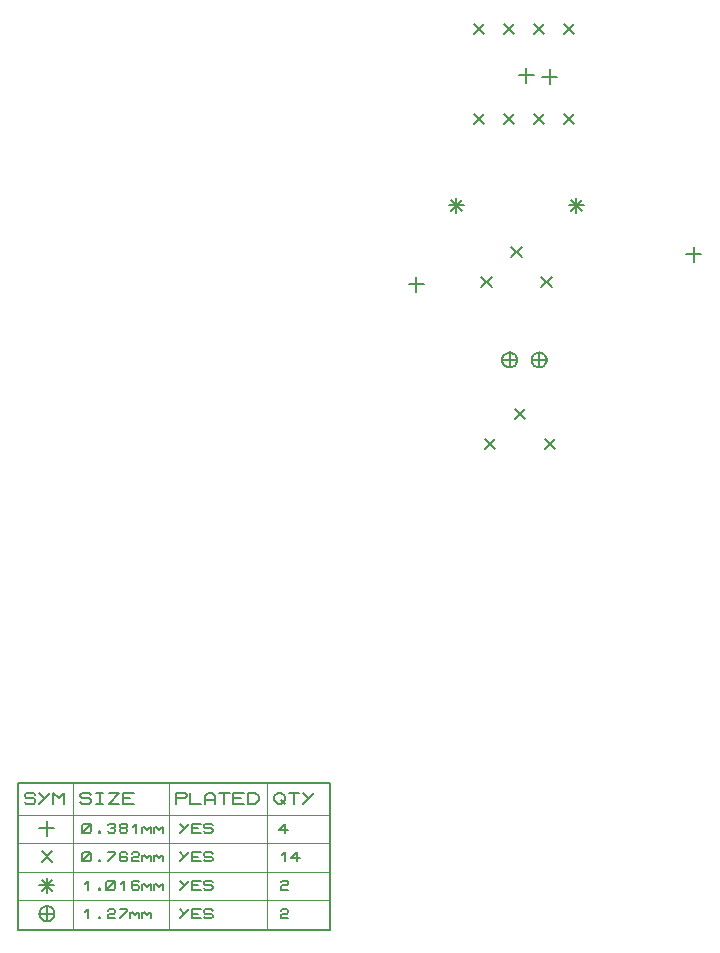
<source format=gbr>
G04 PROTEUS RS274X GERBER FILE*
%FSLAX45Y45*%
%MOMM*%
G01*
%ADD20C,0.203200*%
%ADD31C,0.127000*%
%ADD30C,0.063500*%
%TD.AperFunction*%
D20*
X-889000Y-3937000D02*
X-889000Y-4064000D01*
X-952500Y-4000500D02*
X-825500Y-4000500D01*
X+1460500Y-3683000D02*
X+1460500Y-3810000D01*
X+1397000Y-3746500D02*
X+1524000Y-3746500D01*
X+40000Y-2166500D02*
X+40000Y-2293500D01*
X-23500Y-2230000D02*
X+103500Y-2230000D01*
X+240000Y-2176500D02*
X+240000Y-2303500D01*
X+176500Y-2240000D02*
X+303500Y-2240000D01*
X+169099Y-3935099D02*
X+258901Y-4024901D01*
X+169099Y-4024901D02*
X+258901Y-3935099D01*
X-84901Y-3681099D02*
X+4901Y-3770901D01*
X-84901Y-3770901D02*
X+4901Y-3681099D01*
X-338901Y-3935099D02*
X-249099Y-4024901D01*
X-338901Y-4024901D02*
X-249099Y-3935099D01*
X+199099Y-5305099D02*
X+288901Y-5394901D01*
X+199099Y-5394901D02*
X+288901Y-5305099D01*
X-54901Y-5051099D02*
X+34901Y-5140901D01*
X-54901Y-5140901D02*
X+34901Y-5051099D01*
X-308901Y-5305099D02*
X-219099Y-5394901D01*
X-308901Y-5394901D02*
X-219099Y-5305099D01*
X-404901Y-2555099D02*
X-315099Y-2644901D01*
X-404901Y-2644901D02*
X-315099Y-2555099D01*
X-150901Y-2555099D02*
X-61099Y-2644901D01*
X-150901Y-2644901D02*
X-61099Y-2555099D01*
X+103099Y-2555099D02*
X+192901Y-2644901D01*
X+103099Y-2644901D02*
X+192901Y-2555099D01*
X+357099Y-2555099D02*
X+446901Y-2644901D01*
X+357099Y-2644901D02*
X+446901Y-2555099D01*
X+357099Y-1793099D02*
X+446901Y-1882901D01*
X+357099Y-1882901D02*
X+446901Y-1793099D01*
X+103099Y-1793099D02*
X+192901Y-1882901D01*
X+103099Y-1882901D02*
X+192901Y-1793099D01*
X-150901Y-1793099D02*
X-61099Y-1882901D01*
X-150901Y-1882901D02*
X-61099Y-1793099D01*
X-404901Y-1793099D02*
X-315099Y-1882901D01*
X-404901Y-1882901D02*
X-315099Y-1793099D01*
X-36500Y-4640000D02*
X-36717Y-4634753D01*
X-38482Y-4624258D01*
X-42174Y-4613763D01*
X-48202Y-4603268D01*
X-57424Y-4592888D01*
X-67919Y-4585200D01*
X-78414Y-4580282D01*
X-88909Y-4577476D01*
X-99404Y-4576503D01*
X-100000Y-4576500D01*
X-163500Y-4640000D02*
X-163283Y-4634753D01*
X-161518Y-4624258D01*
X-157826Y-4613763D01*
X-151798Y-4603268D01*
X-142576Y-4592888D01*
X-132081Y-4585200D01*
X-121586Y-4580282D01*
X-111091Y-4577476D01*
X-100596Y-4576503D01*
X-100000Y-4576500D01*
X-163500Y-4640000D02*
X-163283Y-4645247D01*
X-161518Y-4655742D01*
X-157826Y-4666237D01*
X-151798Y-4676732D01*
X-142576Y-4687112D01*
X-132081Y-4694800D01*
X-121586Y-4699718D01*
X-111091Y-4702524D01*
X-100596Y-4703497D01*
X-100000Y-4703500D01*
X-36500Y-4640000D02*
X-36717Y-4645247D01*
X-38482Y-4655742D01*
X-42174Y-4666237D01*
X-48202Y-4676732D01*
X-57424Y-4687112D01*
X-67919Y-4694800D01*
X-78414Y-4699718D01*
X-88909Y-4702524D01*
X-99404Y-4703497D01*
X-100000Y-4703500D01*
X-100000Y-4576500D02*
X-100000Y-4703500D01*
X-163500Y-4640000D02*
X-36500Y-4640000D01*
X+213500Y-4640000D02*
X+213283Y-4634753D01*
X+211518Y-4624258D01*
X+207826Y-4613763D01*
X+201798Y-4603268D01*
X+192576Y-4592888D01*
X+182081Y-4585200D01*
X+171586Y-4580282D01*
X+161091Y-4577476D01*
X+150596Y-4576503D01*
X+150000Y-4576500D01*
X+86500Y-4640000D02*
X+86717Y-4634753D01*
X+88482Y-4624258D01*
X+92174Y-4613763D01*
X+98202Y-4603268D01*
X+107424Y-4592888D01*
X+117919Y-4585200D01*
X+128414Y-4580282D01*
X+138909Y-4577476D01*
X+149404Y-4576503D01*
X+150000Y-4576500D01*
X+86500Y-4640000D02*
X+86717Y-4645247D01*
X+88482Y-4655742D01*
X+92174Y-4666237D01*
X+98202Y-4676732D01*
X+107424Y-4687112D01*
X+117919Y-4694800D01*
X+128414Y-4699718D01*
X+138909Y-4702524D01*
X+149404Y-4703497D01*
X+150000Y-4703500D01*
X+213500Y-4640000D02*
X+213283Y-4645247D01*
X+211518Y-4655742D01*
X+207826Y-4666237D01*
X+201798Y-4676732D01*
X+192576Y-4687112D01*
X+182081Y-4694800D01*
X+171586Y-4699718D01*
X+161091Y-4702524D01*
X+150596Y-4703497D01*
X+150000Y-4703500D01*
X+150000Y-4576500D02*
X+150000Y-4703500D01*
X+86500Y-4640000D02*
X+213500Y-4640000D01*
X+466000Y-3266500D02*
X+466000Y-3393500D01*
X+402500Y-3330000D02*
X+529500Y-3330000D01*
X+421099Y-3285099D02*
X+510901Y-3374901D01*
X+421099Y-3374901D02*
X+510901Y-3285099D01*
X-550000Y-3266500D02*
X-550000Y-3393500D01*
X-613500Y-3330000D02*
X-486500Y-3330000D01*
X-594901Y-3285099D02*
X-505099Y-3374901D01*
X-594901Y-3374901D02*
X-505099Y-3285099D01*
D31*
X-4262700Y-9462313D02*
X-1618560Y-9462313D01*
X-1618560Y-8217713D01*
X-4262700Y-8217713D01*
X-4262700Y-9462313D01*
D30*
X-3795338Y-8217713D02*
X-3795338Y-9462313D01*
X-2982538Y-8217713D02*
X-2982538Y-9462313D01*
X-2149418Y-8217713D02*
X-2149418Y-9462313D01*
X-4262700Y-8490763D02*
X-1618560Y-8490763D01*
X-4262700Y-8732063D02*
X-1618560Y-8732063D01*
X-4262700Y-8973363D02*
X-1618560Y-8973363D01*
X-4262700Y-9214663D02*
X-1618560Y-9214663D01*
D31*
X-4205550Y-8381543D02*
X-4190310Y-8396783D01*
X-4129350Y-8396783D01*
X-4114110Y-8381543D01*
X-4114110Y-8366303D01*
X-4129350Y-8351063D01*
X-4190310Y-8351063D01*
X-4205550Y-8335823D01*
X-4205550Y-8320583D01*
X-4190310Y-8305343D01*
X-4129350Y-8305343D01*
X-4114110Y-8320583D01*
X-3992190Y-8305343D02*
X-4083630Y-8396783D01*
X-4083630Y-8305343D02*
X-4037910Y-8351063D01*
X-3961710Y-8396783D02*
X-3961710Y-8305343D01*
X-3915990Y-8351063D01*
X-3870270Y-8305343D01*
X-3870270Y-8396783D01*
X-3738190Y-8381543D02*
X-3722950Y-8396783D01*
X-3661990Y-8396783D01*
X-3646750Y-8381543D01*
X-3646750Y-8366303D01*
X-3661990Y-8351063D01*
X-3722950Y-8351063D01*
X-3738190Y-8335823D01*
X-3738190Y-8320583D01*
X-3722950Y-8305343D01*
X-3661990Y-8305343D01*
X-3646750Y-8320583D01*
X-3601030Y-8305343D02*
X-3540070Y-8305343D01*
X-3570550Y-8305343D02*
X-3570550Y-8396783D01*
X-3601030Y-8396783D02*
X-3540070Y-8396783D01*
X-3494350Y-8305343D02*
X-3402910Y-8305343D01*
X-3494350Y-8396783D01*
X-3402910Y-8396783D01*
X-3280990Y-8396783D02*
X-3372430Y-8396783D01*
X-3372430Y-8305343D01*
X-3280990Y-8305343D01*
X-3372430Y-8351063D02*
X-3311470Y-8351063D01*
X-2925390Y-8396783D02*
X-2925390Y-8305343D01*
X-2849190Y-8305343D01*
X-2833950Y-8320583D01*
X-2833950Y-8335823D01*
X-2849190Y-8351063D01*
X-2925390Y-8351063D01*
X-2803470Y-8305343D02*
X-2803470Y-8396783D01*
X-2712030Y-8396783D01*
X-2681550Y-8396783D02*
X-2681550Y-8335823D01*
X-2651070Y-8305343D01*
X-2620590Y-8305343D01*
X-2590110Y-8335823D01*
X-2590110Y-8396783D01*
X-2681550Y-8366303D02*
X-2590110Y-8366303D01*
X-2559630Y-8305343D02*
X-2468190Y-8305343D01*
X-2513910Y-8305343D02*
X-2513910Y-8396783D01*
X-2346270Y-8396783D02*
X-2437710Y-8396783D01*
X-2437710Y-8305343D01*
X-2346270Y-8305343D01*
X-2437710Y-8351063D02*
X-2376750Y-8351063D01*
X-2315790Y-8396783D02*
X-2315790Y-8305343D01*
X-2254830Y-8305343D01*
X-2224350Y-8335823D01*
X-2224350Y-8366303D01*
X-2254830Y-8396783D01*
X-2315790Y-8396783D01*
X-2092270Y-8335823D02*
X-2061790Y-8305343D01*
X-2031310Y-8305343D01*
X-2000830Y-8335823D01*
X-2000830Y-8366303D01*
X-2031310Y-8396783D01*
X-2061790Y-8396783D01*
X-2092270Y-8366303D01*
X-2092270Y-8335823D01*
X-2031310Y-8366303D02*
X-2000830Y-8396783D01*
X-1970350Y-8305343D02*
X-1878910Y-8305343D01*
X-1924630Y-8305343D02*
X-1924630Y-8396783D01*
X-1756990Y-8305343D02*
X-1848430Y-8396783D01*
X-1848430Y-8305343D02*
X-1802710Y-8351063D01*
D20*
X-4016320Y-8541563D02*
X-4016320Y-8668563D01*
X-4079820Y-8605063D02*
X-3952820Y-8605063D01*
D31*
X-3719140Y-8630463D02*
X-3719140Y-8579663D01*
X-3706440Y-8566963D01*
X-3655640Y-8566963D01*
X-3642940Y-8579663D01*
X-3642940Y-8630463D01*
X-3655640Y-8643163D01*
X-3706440Y-8643163D01*
X-3719140Y-8630463D01*
X-3719140Y-8643163D02*
X-3642940Y-8566963D01*
X-3579440Y-8630463D02*
X-3566740Y-8630463D01*
X-3566740Y-8643163D01*
X-3579440Y-8643163D01*
X-3579440Y-8630463D01*
X-3503240Y-8579663D02*
X-3490540Y-8566963D01*
X-3452440Y-8566963D01*
X-3439740Y-8579663D01*
X-3439740Y-8592363D01*
X-3452440Y-8605063D01*
X-3439740Y-8617763D01*
X-3439740Y-8630463D01*
X-3452440Y-8643163D01*
X-3490540Y-8643163D01*
X-3503240Y-8630463D01*
X-3477840Y-8605063D02*
X-3452440Y-8605063D01*
X-3388940Y-8605063D02*
X-3401640Y-8592363D01*
X-3401640Y-8579663D01*
X-3388940Y-8566963D01*
X-3350840Y-8566963D01*
X-3338140Y-8579663D01*
X-3338140Y-8592363D01*
X-3350840Y-8605063D01*
X-3388940Y-8605063D01*
X-3401640Y-8617763D01*
X-3401640Y-8630463D01*
X-3388940Y-8643163D01*
X-3350840Y-8643163D01*
X-3338140Y-8630463D01*
X-3338140Y-8617763D01*
X-3350840Y-8605063D01*
X-3287340Y-8592363D02*
X-3261940Y-8566963D01*
X-3261940Y-8643163D01*
X-3211140Y-8643163D02*
X-3211140Y-8592363D01*
X-3211140Y-8605063D02*
X-3198440Y-8592363D01*
X-3173040Y-8617763D01*
X-3147640Y-8592363D01*
X-3134940Y-8605063D01*
X-3134940Y-8643163D01*
X-3109540Y-8643163D02*
X-3109540Y-8592363D01*
X-3109540Y-8605063D02*
X-3096840Y-8592363D01*
X-3071440Y-8617763D01*
X-3046040Y-8592363D01*
X-3033340Y-8605063D01*
X-3033340Y-8643163D01*
X-2817440Y-8566963D02*
X-2893640Y-8643163D01*
X-2893640Y-8566963D02*
X-2855540Y-8605063D01*
X-2715840Y-8643163D02*
X-2792040Y-8643163D01*
X-2792040Y-8566963D01*
X-2715840Y-8566963D01*
X-2792040Y-8605063D02*
X-2741240Y-8605063D01*
X-2690440Y-8630463D02*
X-2677740Y-8643163D01*
X-2626940Y-8643163D01*
X-2614240Y-8630463D01*
X-2614240Y-8617763D01*
X-2626940Y-8605063D01*
X-2677740Y-8605063D01*
X-2690440Y-8592363D01*
X-2690440Y-8579663D01*
X-2677740Y-8566963D01*
X-2626940Y-8566963D01*
X-2614240Y-8579663D01*
X-1971620Y-8617763D02*
X-2047820Y-8617763D01*
X-1997020Y-8566963D01*
X-1997020Y-8643163D01*
D20*
X-4061221Y-8801462D02*
X-3971419Y-8891264D01*
X-4061221Y-8891264D02*
X-3971419Y-8801462D01*
D31*
X-3719140Y-8871763D02*
X-3719140Y-8820963D01*
X-3706440Y-8808263D01*
X-3655640Y-8808263D01*
X-3642940Y-8820963D01*
X-3642940Y-8871763D01*
X-3655640Y-8884463D01*
X-3706440Y-8884463D01*
X-3719140Y-8871763D01*
X-3719140Y-8884463D02*
X-3642940Y-8808263D01*
X-3579440Y-8871763D02*
X-3566740Y-8871763D01*
X-3566740Y-8884463D01*
X-3579440Y-8884463D01*
X-3579440Y-8871763D01*
X-3503240Y-8808263D02*
X-3439740Y-8808263D01*
X-3439740Y-8820963D01*
X-3503240Y-8884463D01*
X-3338140Y-8820963D02*
X-3350840Y-8808263D01*
X-3388940Y-8808263D01*
X-3401640Y-8820963D01*
X-3401640Y-8871763D01*
X-3388940Y-8884463D01*
X-3350840Y-8884463D01*
X-3338140Y-8871763D01*
X-3338140Y-8859063D01*
X-3350840Y-8846363D01*
X-3401640Y-8846363D01*
X-3300040Y-8820963D02*
X-3287340Y-8808263D01*
X-3249240Y-8808263D01*
X-3236540Y-8820963D01*
X-3236540Y-8833663D01*
X-3249240Y-8846363D01*
X-3287340Y-8846363D01*
X-3300040Y-8859063D01*
X-3300040Y-8884463D01*
X-3236540Y-8884463D01*
X-3211140Y-8884463D02*
X-3211140Y-8833663D01*
X-3211140Y-8846363D02*
X-3198440Y-8833663D01*
X-3173040Y-8859063D01*
X-3147640Y-8833663D01*
X-3134940Y-8846363D01*
X-3134940Y-8884463D01*
X-3109540Y-8884463D02*
X-3109540Y-8833663D01*
X-3109540Y-8846363D02*
X-3096840Y-8833663D01*
X-3071440Y-8859063D01*
X-3046040Y-8833663D01*
X-3033340Y-8846363D01*
X-3033340Y-8884463D01*
X-2817440Y-8808263D02*
X-2893640Y-8884463D01*
X-2893640Y-8808263D02*
X-2855540Y-8846363D01*
X-2715840Y-8884463D02*
X-2792040Y-8884463D01*
X-2792040Y-8808263D01*
X-2715840Y-8808263D01*
X-2792040Y-8846363D02*
X-2741240Y-8846363D01*
X-2690440Y-8871763D02*
X-2677740Y-8884463D01*
X-2626940Y-8884463D01*
X-2614240Y-8871763D01*
X-2614240Y-8859063D01*
X-2626940Y-8846363D01*
X-2677740Y-8846363D01*
X-2690440Y-8833663D01*
X-2690440Y-8820963D01*
X-2677740Y-8808263D01*
X-2626940Y-8808263D01*
X-2614240Y-8820963D01*
X-2022420Y-8833663D02*
X-1997020Y-8808263D01*
X-1997020Y-8884463D01*
X-1870020Y-8859063D02*
X-1946220Y-8859063D01*
X-1895420Y-8808263D01*
X-1895420Y-8884463D01*
D20*
X-4016320Y-9024163D02*
X-4016320Y-9151163D01*
X-4079820Y-9087663D02*
X-3952820Y-9087663D01*
X-4061221Y-9042762D02*
X-3971419Y-9132564D01*
X-4061221Y-9132564D02*
X-3971419Y-9042762D01*
D31*
X-3693740Y-9074963D02*
X-3668340Y-9049563D01*
X-3668340Y-9125763D01*
X-3579440Y-9113063D02*
X-3566740Y-9113063D01*
X-3566740Y-9125763D01*
X-3579440Y-9125763D01*
X-3579440Y-9113063D01*
X-3515940Y-9113063D02*
X-3515940Y-9062263D01*
X-3503240Y-9049563D01*
X-3452440Y-9049563D01*
X-3439740Y-9062263D01*
X-3439740Y-9113063D01*
X-3452440Y-9125763D01*
X-3503240Y-9125763D01*
X-3515940Y-9113063D01*
X-3515940Y-9125763D02*
X-3439740Y-9049563D01*
X-3388940Y-9074963D02*
X-3363540Y-9049563D01*
X-3363540Y-9125763D01*
X-3236540Y-9062263D02*
X-3249240Y-9049563D01*
X-3287340Y-9049563D01*
X-3300040Y-9062263D01*
X-3300040Y-9113063D01*
X-3287340Y-9125763D01*
X-3249240Y-9125763D01*
X-3236540Y-9113063D01*
X-3236540Y-9100363D01*
X-3249240Y-9087663D01*
X-3300040Y-9087663D01*
X-3211140Y-9125763D02*
X-3211140Y-9074963D01*
X-3211140Y-9087663D02*
X-3198440Y-9074963D01*
X-3173040Y-9100363D01*
X-3147640Y-9074963D01*
X-3134940Y-9087663D01*
X-3134940Y-9125763D01*
X-3109540Y-9125763D02*
X-3109540Y-9074963D01*
X-3109540Y-9087663D02*
X-3096840Y-9074963D01*
X-3071440Y-9100363D01*
X-3046040Y-9074963D01*
X-3033340Y-9087663D01*
X-3033340Y-9125763D01*
X-2817440Y-9049563D02*
X-2893640Y-9125763D01*
X-2893640Y-9049563D02*
X-2855540Y-9087663D01*
X-2715840Y-9125763D02*
X-2792040Y-9125763D01*
X-2792040Y-9049563D01*
X-2715840Y-9049563D01*
X-2792040Y-9087663D02*
X-2741240Y-9087663D01*
X-2690440Y-9113063D02*
X-2677740Y-9125763D01*
X-2626940Y-9125763D01*
X-2614240Y-9113063D01*
X-2614240Y-9100363D01*
X-2626940Y-9087663D01*
X-2677740Y-9087663D01*
X-2690440Y-9074963D01*
X-2690440Y-9062263D01*
X-2677740Y-9049563D01*
X-2626940Y-9049563D01*
X-2614240Y-9062263D01*
X-2035120Y-9062263D02*
X-2022420Y-9049563D01*
X-1984320Y-9049563D01*
X-1971620Y-9062263D01*
X-1971620Y-9074963D01*
X-1984320Y-9087663D01*
X-2022420Y-9087663D01*
X-2035120Y-9100363D01*
X-2035120Y-9125763D01*
X-1971620Y-9125763D01*
D20*
X-3952820Y-9328963D02*
X-3953037Y-9323716D01*
X-3954802Y-9313221D01*
X-3958494Y-9302726D01*
X-3964522Y-9292231D01*
X-3973744Y-9281851D01*
X-3984239Y-9274163D01*
X-3994734Y-9269245D01*
X-4005229Y-9266439D01*
X-4015724Y-9265466D01*
X-4016320Y-9265463D01*
X-4079820Y-9328963D02*
X-4079603Y-9323716D01*
X-4077838Y-9313221D01*
X-4074146Y-9302726D01*
X-4068118Y-9292231D01*
X-4058896Y-9281851D01*
X-4048401Y-9274163D01*
X-4037906Y-9269245D01*
X-4027411Y-9266439D01*
X-4016916Y-9265466D01*
X-4016320Y-9265463D01*
X-4079820Y-9328963D02*
X-4079603Y-9334210D01*
X-4077838Y-9344705D01*
X-4074146Y-9355200D01*
X-4068118Y-9365695D01*
X-4058896Y-9376075D01*
X-4048401Y-9383763D01*
X-4037906Y-9388681D01*
X-4027411Y-9391487D01*
X-4016916Y-9392460D01*
X-4016320Y-9392463D01*
X-3952820Y-9328963D02*
X-3953037Y-9334210D01*
X-3954802Y-9344705D01*
X-3958494Y-9355200D01*
X-3964522Y-9365695D01*
X-3973744Y-9376075D01*
X-3984239Y-9383763D01*
X-3994734Y-9388681D01*
X-4005229Y-9391487D01*
X-4015724Y-9392460D01*
X-4016320Y-9392463D01*
X-4016320Y-9265463D02*
X-4016320Y-9392463D01*
X-4079820Y-9328963D02*
X-3952820Y-9328963D01*
D31*
X-3693740Y-9316263D02*
X-3668340Y-9290863D01*
X-3668340Y-9367063D01*
X-3579440Y-9354363D02*
X-3566740Y-9354363D01*
X-3566740Y-9367063D01*
X-3579440Y-9367063D01*
X-3579440Y-9354363D01*
X-3503240Y-9303563D02*
X-3490540Y-9290863D01*
X-3452440Y-9290863D01*
X-3439740Y-9303563D01*
X-3439740Y-9316263D01*
X-3452440Y-9328963D01*
X-3490540Y-9328963D01*
X-3503240Y-9341663D01*
X-3503240Y-9367063D01*
X-3439740Y-9367063D01*
X-3401640Y-9290863D02*
X-3338140Y-9290863D01*
X-3338140Y-9303563D01*
X-3401640Y-9367063D01*
X-3312740Y-9367063D02*
X-3312740Y-9316263D01*
X-3312740Y-9328963D02*
X-3300040Y-9316263D01*
X-3274640Y-9341663D01*
X-3249240Y-9316263D01*
X-3236540Y-9328963D01*
X-3236540Y-9367063D01*
X-3211140Y-9367063D02*
X-3211140Y-9316263D01*
X-3211140Y-9328963D02*
X-3198440Y-9316263D01*
X-3173040Y-9341663D01*
X-3147640Y-9316263D01*
X-3134940Y-9328963D01*
X-3134940Y-9367063D01*
X-2817440Y-9290863D02*
X-2893640Y-9367063D01*
X-2893640Y-9290863D02*
X-2855540Y-9328963D01*
X-2715840Y-9367063D02*
X-2792040Y-9367063D01*
X-2792040Y-9290863D01*
X-2715840Y-9290863D01*
X-2792040Y-9328963D02*
X-2741240Y-9328963D01*
X-2690440Y-9354363D02*
X-2677740Y-9367063D01*
X-2626940Y-9367063D01*
X-2614240Y-9354363D01*
X-2614240Y-9341663D01*
X-2626940Y-9328963D01*
X-2677740Y-9328963D01*
X-2690440Y-9316263D01*
X-2690440Y-9303563D01*
X-2677740Y-9290863D01*
X-2626940Y-9290863D01*
X-2614240Y-9303563D01*
X-2035120Y-9303563D02*
X-2022420Y-9290863D01*
X-1984320Y-9290863D01*
X-1971620Y-9303563D01*
X-1971620Y-9316263D01*
X-1984320Y-9328963D01*
X-2022420Y-9328963D01*
X-2035120Y-9341663D01*
X-2035120Y-9367063D01*
X-1971620Y-9367063D01*
M02*

</source>
